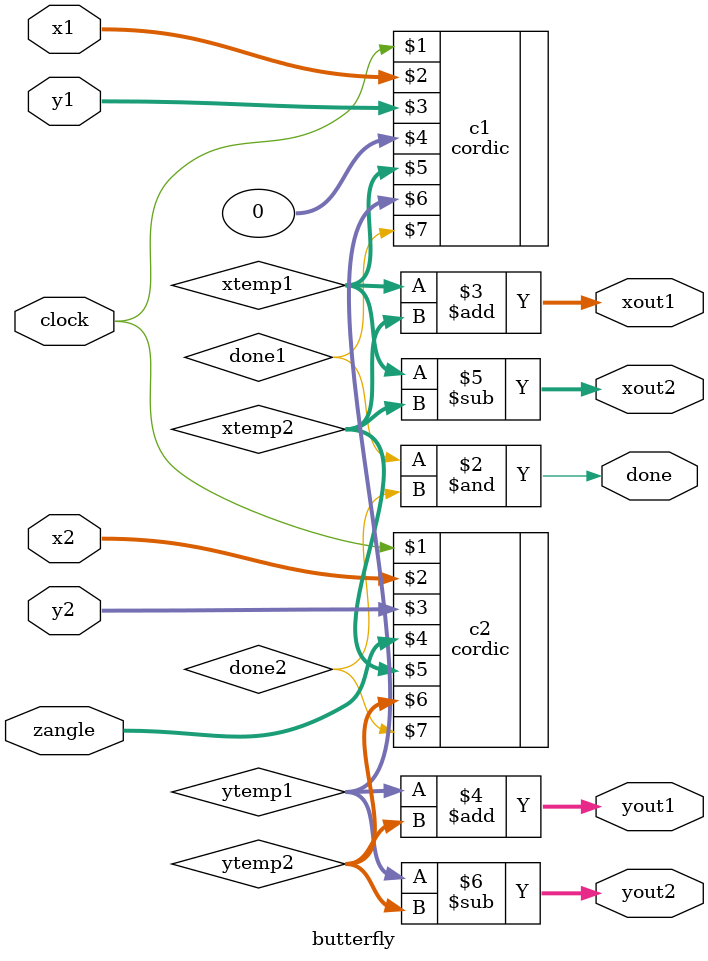
<source format=v>
`timescale 1ns / 1ps

module butterfly(
	input clock,
	input signed [15:0] x1,
	input signed [15:0] y1,
	input signed [15:0] x2,
	input signed [15:0] y2,
	input signed [31:0] zangle,
	output signed [15:0] xout1,
	output signed [15:0] yout1,
	output signed [15:0] xout2,
	output signed [15:0] yout2,
	output done
   );

wire signed [15:0] xtemp1,xtemp2,ytemp1,ytemp2;
wire done1,done2;

cordic c1(clock,x1,y1,0,xtemp1,ytemp1,done1);
cordic c2(clock,x2,y2,zangle,xtemp2,ytemp2,done2);

assign done = done1&done2;

assign xout1 = xtemp1+xtemp2;
assign yout1 = ytemp1+ytemp2;

assign xout2 = xtemp1-xtemp2;
assign yout2 = ytemp1-ytemp2;

endmodule

</source>
